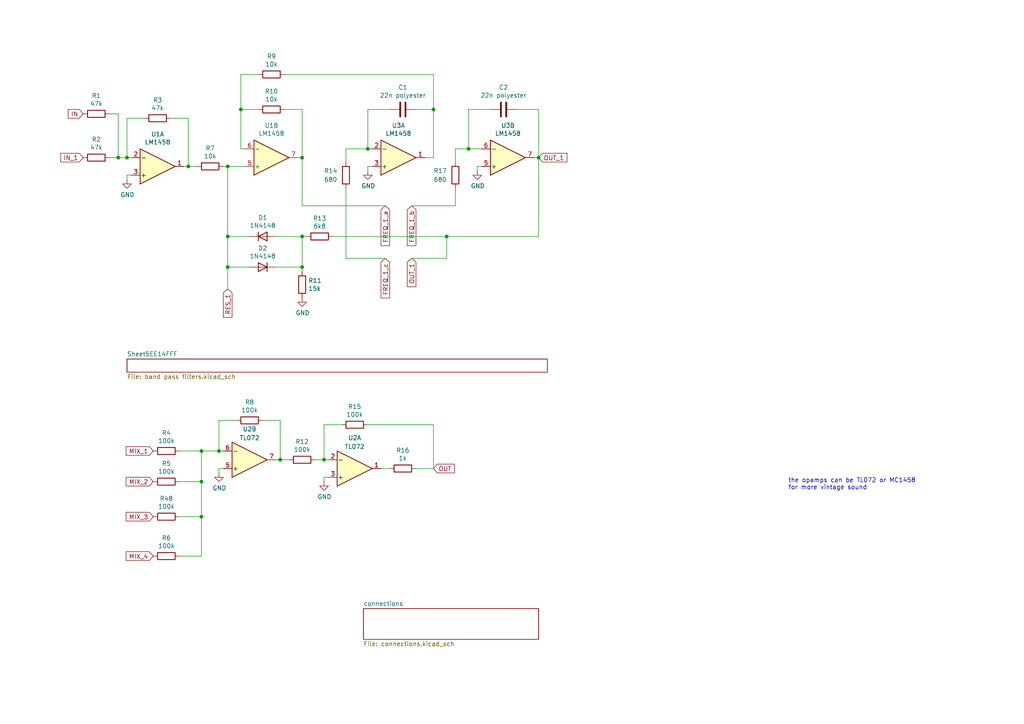
<source format=kicad_sch>
(kicad_sch (version 20230121) (generator eeschema)
  (paper "A4")
  (title_block (title "resonanz") (date "2020-06-13") (rev "01") (comment 1 "schema for main circuit") (comment 2 "resonant band pass filter") (comment 4 "License CC BY 4.0 - Attribution 4.0 International"))
  (lib_symbols
    (symbol "Amplifier_Operational:TL072" (pin_names (offset 0.127))
      (property "Reference" "U" (at 0 5.08 0))
      (property "Value" "TL072" (at 0 -5.08 0))
      (symbol "TL072_1_1"
        (polyline (pts (xy -5.08 5.08) (xy 5.08 0) (xy -5.08 -5.08) (xy -5.08 5.08)) (stroke (width 0.254)) (fill (type background)))
        (pin output line (at 7.62 0 180) (length 2.54) (name "~") (number "1"))
        (pin input line (at -7.62 -2.54 0) (length 2.54) (name "-") (number "2"))
        (pin input line (at -7.62 2.54 0) (length 2.54) (name "+") (number "3"))
      )
      (symbol "TL072_2_1"
        (polyline (pts (xy -5.08 5.08) (xy 5.08 0) (xy -5.08 -5.08) (xy -5.08 5.08)) (stroke (width 0.254)) (fill (type background)))
        (pin input line (at -7.62 2.54 0) (length 2.54) (name "+") (number "5"))
        (pin input line (at -7.62 -2.54 0) (length 2.54) (name "-") (number "6"))
        (pin output line (at 7.62 0 180) (length 2.54) (name "~") (number "7"))
      )
      (symbol "TL072_3_1"
        (pin power_in line (at -2.54 -7.62 90) (length 3.81) (name "V-") (number "4"))
        (pin power_in line (at -2.54 7.62 270) (length 3.81) (name "V+") (number "8"))
      )
    )
    (symbol "Device:C" (pin_numbers hide) (pin_names (offset 0.254))
      (property "Reference" "C" (at 0.635 2.54 0))
      (property "Value" "C" (at 0.635 -2.54 0))
      (symbol "C_0_1"
        (polyline (pts (xy -2.032 -0.762) (xy 2.032 -0.762)) (stroke (width 0.508)))
        (polyline (pts (xy -2.032 0.762) (xy 2.032 0.762)) (stroke (width 0.508)))
      )
      (symbol "C_1_1"
        (pin passive line (at 0 3.81 270) (length 2.794) (name "~") (number "1"))
        (pin passive line (at 0 -3.81 90) (length 2.794) (name "~") (number "2"))
      )
    )
    (symbol "Device:R" (pin_numbers hide) (pin_names (offset 0))
      (property "Reference" "R" (at 2.032 0 90))
      (property "Value" "R" (at 0 0 90))
      (symbol "R_0_1"
        (rectangle (start -1.016 -2.54) (end 1.016 2.54) (stroke (width 0.254)))
      )
      (symbol "R_1_1"
        (pin passive line (at 0 3.81 270) (length 1.27) (name "~") (number "1"))
        (pin passive line (at 0 -3.81 90) (length 1.27) (name "~") (number "2"))
      )
    )
    (symbol "Diode:1N4148" (pin_numbers hide) (pin_names hide)
      (property "Reference" "D" (at 0 2.54 0))
      (property "Value" "1N4148" (at 0 -2.54 0))
      (symbol "1N4148_0_1"
        (polyline (pts (xy -1.27 1.27) (xy -1.27 -1.27)) (stroke (width 0.254)))
        (polyline (pts (xy 1.27 0) (xy -1.27 0)))
        (polyline (pts (xy 1.27 1.27) (xy 1.27 -1.27) (xy -1.27 0) (xy 1.27 1.27)) (stroke (width 0.254)))
      )
      (symbol "1N4148_1_1"
        (pin passive line (at -3.81 0 0) (length 2.54) (name "K") (number "1"))
        (pin passive line (at 3.81 0 180) (length 2.54) (name "A") (number "2"))
      )
    )
    (symbol "elektrophon:LM1458" (pin_names (offset 0.127))
      (property "Reference" "U" (at 0 5.08 0))
      (property "Value" "LM1458" (at 0 -5.08 0))
      (symbol "LM1458_1_1"
        (polyline (pts (xy -5.08 5.08) (xy 5.08 0) (xy -5.08 -5.08) (xy -5.08 5.08)) (stroke (width 0.254)) (fill (type background)))
        (pin output line (at 7.62 0 180) (length 2.54) (name "~") (number "1"))
        (pin input line (at -7.62 -2.54 0) (length 2.54) (name "-") (number "2"))
        (pin input line (at -7.62 2.54 0) (length 2.54) (name "+") (number "3"))
      )
      (symbol "LM1458_2_1"
        (polyline (pts (xy -5.08 5.08) (xy 5.08 0) (xy -5.08 -5.08) (xy -5.08 5.08)) (stroke (width 0.254)) (fill (type background)))
        (pin input line (at -7.62 2.54 0) (length 2.54) (name "+") (number "5"))
        (pin input line (at -7.62 -2.54 0) (length 2.54) (name "-") (number "6"))
        (pin output line (at 7.62 0 180) (length 2.54) (name "~") (number "7"))
      )
      (symbol "LM1458_3_1"
        (pin power_in line (at -2.54 -7.62 90) (length 3.81) (name "V-") (number "4"))
        (pin power_in line (at -2.54 7.62 270) (length 3.81) (name "V+") (number "8"))
      )
    )
    (symbol "power:GND" (power) (pin_names (offset 0))
      (property "Value" "GND" (at 0 -3.81 0))
      (symbol "GND_0_1"
        (polyline (pts (xy 0 0) (xy 0 -1.27) (xy 1.27 -1.27) (xy 0 -2.54) (xy -1.27 -1.27) (xy 0 -1.27)))
      )
      (symbol "GND_1_1"
        (pin power_in line (at 0 0 270) (length 0) hide (name "GND") (number "1"))
      )
    )
  )
  (junction (at 58.42 139.7))
  (junction (at 129.54 68.58))
  (junction (at 135.89 43.18))
  (junction (at 66.04 77.47))
  (junction (at 58.42 149.86))
  (junction (at 69.85 31.75))
  (junction (at 54.61 48.26))
  (junction (at 106.68 43.18))
  (junction (at 87.63 45.72))
  (junction (at 81.28 133.35))
  (junction (at 87.63 77.47))
  (junction (at 66.04 68.58))
  (junction (at 156.21 45.72))
  (junction (at 36.83 45.72))
  (junction (at 58.42 130.81))
  (junction (at 93.98 133.35))
  (junction (at 63.5 130.81))
  (junction (at 34.29 45.72))
  (junction (at 87.63 68.58))
  (junction (at 125.73 31.75))
  (junction (at 66.04 48.26))
  (wire (pts (xy 58.42 130.81) (xy 58.42 139.7)))
  (wire (pts (xy 36.83 45.72) (xy 34.29 45.72)))
  (wire (pts (xy 31.75 33.02) (xy 34.29 33.02)))
  (wire (pts (xy 64.77 48.26) (xy 66.04 48.26)))
  (wire (pts (xy 123.19 45.72) (xy 125.73 45.72)))
  (wire (pts (xy 63.5 135.89) (xy 63.5 137.16)))
  (wire (pts (xy 93.98 133.35) (xy 95.25 133.35)))
  (wire (pts (xy 82.55 21.59) (xy 125.73 21.59)))
  (wire (pts (xy 106.68 31.75) (xy 106.68 43.18)))
  (wire (pts (xy 74.93 21.59) (xy 69.85 21.59)))
  (wire (pts (xy 138.43 48.26) (xy 138.43 49.53)))
  (wire (pts (xy 69.85 31.75) (xy 69.85 43.18)))
  (wire (pts (xy 81.28 133.35) (xy 80.01 133.35)))
  (wire (pts (xy 52.07 149.86) (xy 58.42 149.86)))
  (wire (pts (xy 156.21 45.72) (xy 156.21 68.58)))
  (wire (pts (xy 120.65 31.75) (xy 125.73 31.75)))
  (wire (pts (xy 52.07 130.81) (xy 58.42 130.81)))
  (wire (pts (xy 100.33 74.93) (xy 111.76 74.93)))
  (wire (pts (xy 119.38 74.93) (xy 129.54 74.93)))
  (wire (pts (xy 93.98 133.35) (xy 91.44 133.35)))
  (wire (pts (xy 58.42 130.81) (xy 63.5 130.81)))
  (wire (pts (xy 87.63 78.74) (xy 87.63 77.47)))
  (wire (pts (xy 82.55 31.75) (xy 87.63 31.75)))
  (wire (pts (xy 107.95 48.26) (xy 106.68 48.26)))
  (wire (pts (xy 81.28 121.92) (xy 81.28 133.35)))
  (wire (pts (xy 72.39 68.58) (xy 66.04 68.58)))
  (wire (pts (xy 125.73 135.89) (xy 120.65 135.89)))
  (wire (pts (xy 132.08 43.18) (xy 132.08 46.99)))
  (wire (pts (xy 69.85 21.59) (xy 69.85 31.75)))
  (wire (pts (xy 74.93 31.75) (xy 69.85 31.75)))
  (wire (pts (xy 52.07 161.29) (xy 58.42 161.29)))
  (wire (pts (xy 80.01 77.47) (xy 87.63 77.47)))
  (wire (pts (xy 54.61 48.26) (xy 57.15 48.26)))
  (wire (pts (xy 63.5 130.81) (xy 64.77 130.81)))
  (wire (pts (xy 132.08 59.69) (xy 119.38 59.69)))
  (wire (pts (xy 106.68 43.18) (xy 107.95 43.18)))
  (wire (pts (xy 125.73 31.75) (xy 125.73 21.59)))
  (wire (pts (xy 58.42 149.86) (xy 58.42 139.7)))
  (wire (pts (xy 100.33 54.61) (xy 100.33 74.93)))
  (wire (pts (xy 135.89 31.75) (xy 142.24 31.75)))
  (wire (pts (xy 83.82 133.35) (xy 81.28 133.35)))
  (wire (pts (xy 129.54 68.58) (xy 156.21 68.58)))
  (wire (pts (xy 38.1 50.8) (xy 36.83 50.8)))
  (wire (pts (xy 95.25 138.43) (xy 93.98 138.43)))
  (wire (pts (xy 106.68 31.75) (xy 113.03 31.75)))
  (wire (pts (xy 36.83 34.29) (xy 36.83 45.72)))
  (wire (pts (xy 156.21 31.75) (xy 156.21 45.72)))
  (wire (pts (xy 64.77 135.89) (xy 63.5 135.89)))
  (wire (pts (xy 154.94 45.72) (xy 156.21 45.72)))
  (wire (pts (xy 88.9 68.58) (xy 87.63 68.58)))
  (wire (pts (xy 36.83 50.8) (xy 36.83 52.07)))
  (wire (pts (xy 54.61 34.29) (xy 54.61 48.26)))
  (wire (pts (xy 139.7 43.18) (xy 135.89 43.18)))
  (wire (pts (xy 66.04 77.47) (xy 66.04 68.58)))
  (wire (pts (xy 125.73 31.75) (xy 125.73 45.72)))
  (wire (pts (xy 87.63 45.72) (xy 87.63 59.69)))
  (wire (pts (xy 93.98 123.19) (xy 93.98 133.35)))
  (wire (pts (xy 87.63 68.58) (xy 80.01 68.58)))
  (wire (pts (xy 93.98 138.43) (xy 93.98 139.7)))
  (wire (pts (xy 69.85 43.18) (xy 71.12 43.18)))
  (wire (pts (xy 66.04 77.47) (xy 66.04 83.82)))
  (wire (pts (xy 41.91 34.29) (xy 36.83 34.29)))
  (wire (pts (xy 149.86 31.75) (xy 156.21 31.75)))
  (wire (pts (xy 34.29 33.02) (xy 34.29 45.72)))
  (wire (pts (xy 135.89 31.75) (xy 135.89 43.18)))
  (wire (pts (xy 52.07 139.7) (xy 58.42 139.7)))
  (wire (pts (xy 68.58 121.92) (xy 63.5 121.92)))
  (wire (pts (xy 63.5 121.92) (xy 63.5 130.81)))
  (wire (pts (xy 125.73 123.19) (xy 125.73 135.89)))
  (wire (pts (xy 87.63 59.69) (xy 111.76 59.69)))
  (wire (pts (xy 129.54 74.93) (xy 129.54 68.58)))
  (wire (pts (xy 87.63 45.72) (xy 86.36 45.72)))
  (wire (pts (xy 106.68 123.19) (xy 125.73 123.19)))
  (wire (pts (xy 34.29 45.72) (xy 31.75 45.72)))
  (wire (pts (xy 96.52 68.58) (xy 129.54 68.58)))
  (wire (pts (xy 139.7 48.26) (xy 138.43 48.26)))
  (wire (pts (xy 66.04 68.58) (xy 66.04 48.26)))
  (wire (pts (xy 36.83 45.72) (xy 38.1 45.72)))
  (wire (pts (xy 76.2 121.92) (xy 81.28 121.92)))
  (wire (pts (xy 72.39 77.47) (xy 66.04 77.47)))
  (wire (pts (xy 113.03 135.89) (xy 110.49 135.89)))
  (wire (pts (xy 49.53 34.29) (xy 54.61 34.29)))
  (wire (pts (xy 100.33 43.18) (xy 100.33 46.99)))
  (wire (pts (xy 87.63 31.75) (xy 87.63 45.72)))
  (wire (pts (xy 54.61 48.26) (xy 53.34 48.26)))
  (wire (pts (xy 58.42 149.86) (xy 58.42 161.29)))
  (wire (pts (xy 106.68 48.26) (xy 106.68 49.53)))
  (wire (pts (xy 99.06 123.19) (xy 93.98 123.19)))
  (wire (pts (xy 87.63 77.47) (xy 87.63 68.58)))
  (wire (pts (xy 135.89 43.18) (xy 132.08 43.18)))
  (wire (pts (xy 66.04 48.26) (xy 71.12 48.26)))
  (wire (pts (xy 106.68 43.18) (xy 100.33 43.18)))
  (wire (pts (xy 132.08 54.61) (xy 132.08 59.69)))
  (text "the opamps can be TL072 or MC1458 \nfor more vintage sound" (at 228.6 142.24 0) (effects (font (size 1.27 1.27)) (justify left bottom)))
  (global_label "MIX_2" (shape input) (at 44.45 139.7 180) (property "Intersheetrefs" "${INTERSHEET_REFS}" (effects hide)))
  (global_label "OUT" (shape input) (at 125.73 135.89 0) (property "Intersheetrefs" "${INTERSHEET_REFS}" (effects hide)))
  (global_label "FREQ_1_b" (shape input) (at 119.38 59.69 270) (property "Intersheetrefs" "${INTERSHEET_REFS}" (effects hide)))
  (global_label "MIX_3" (shape input) (at 44.45 149.86 180) (property "Intersheetrefs" "${INTERSHEET_REFS}" (effects hide)))
  (global_label "IN" (shape input) (at 24.13 33.02 180) (property "Intersheetrefs" "${INTERSHEET_REFS}" (effects hide)))
  (global_label "RES_1" (shape input) (at 66.04 83.82 270) (property "Intersheetrefs" "${INTERSHEET_REFS}" (effects hide)))
  (global_label "IN_1" (shape input) (at 24.13 45.72 180) (property "Intersheetrefs" "${INTERSHEET_REFS}" (effects hide)))
  (global_label "MIX_1" (shape input) (at 44.45 130.81 180) (property "Intersheetrefs" "${INTERSHEET_REFS}" (effects hide)))
  (global_label "FREQ_1_c" (shape input) (at 111.76 74.93 270) (property "Intersheetrefs" "${INTERSHEET_REFS}" (effects hide)))
  (global_label "FREQ_1_a" (shape input) (at 111.76 59.69 270) (property "Intersheetrefs" "${INTERSHEET_REFS}" (effects hide)))
  (global_label "OUT_1" (shape input) (at 119.38 74.93 270) (property "Intersheetrefs" "${INTERSHEET_REFS}" (effects hide)))
  (global_label "OUT_1" (shape input) (at 156.21 45.72 0) (property "Intersheetrefs" "${INTERSHEET_REFS}" (effects hide)))
  (global_label "MIX_4" (shape input) (at 44.45 161.29 180) (property "Intersheetrefs" "${INTERSHEET_REFS}" (effects hide)))
  (symbol (lib_id "Device:R") (at 48.26 149.86 270) (unit 1)
    (property "Reference" "R48" (at 48.26 144.6022 90))
    (property "Value" "100k" (at 48.26 146.9136 90))
    (property "Footprint" "Resistor_THT:R_Axial_DIN0207_L6.3mm_D2.5mm_P10.16mm_Horizontal" (effects hide))
  )
  (symbol (lib_id "elektrophon:LM1458") (at 45.72 48.26 0) (mirror x) (unit 1)
    (property "Reference" "U1" (at 45.72 38.9382 0))
    (property "Value" "LM1458" (at 45.72 41.2496 0))
    (property "Footprint" "Package_DIP:DIP-8_W7.62mm_Socket" (effects hide))
    (property "Datasheet" "http://www.ti.com/lit/ds/symlink/lm358.pdf" (effects hide))
  )
  (symbol (lib_id "elektrophon:LM1458") (at 78.74 45.72 0) (mirror x) (unit 2)
    (property "Reference" "U1" (at 78.74 36.3982 0))
    (property "Value" "LM1458" (at 78.74 38.7096 0))
    (property "Footprint" "Package_DIP:DIP-8_W7.62mm_Socket" (effects hide))
    (property "Datasheet" "http://www.ti.com/lit/ds/symlink/lm358.pdf" (effects hide))
  )
  (symbol (lib_id "elektrophon:LM1458") (at 115.57 45.72 0) (mirror x) (unit 1)
    (property "Reference" "U3" (at 115.57 36.3982 0))
    (property "Value" "LM1458" (at 115.57 38.7096 0))
    (property "Footprint" "Package_DIP:DIP-8_W7.62mm_Socket" (effects hide))
    (property "Datasheet" "http://www.ti.com/lit/ds/symlink/lm358.pdf" (effects hide))
  )
  (symbol (lib_id "elektrophon:LM1458") (at 147.32 45.72 0) (mirror x) (unit 2)
    (property "Reference" "U3" (at 147.32 36.3982 0))
    (property "Value" "LM1458" (at 147.32 38.7096 0))
    (property "Footprint" "Package_DIP:DIP-8_W7.62mm_Socket" (effects hide))
    (property "Datasheet" "http://www.ti.com/lit/ds/symlink/lm358.pdf" (effects hide))
  )
  (symbol (lib_id "Device:R") (at 27.94 33.02 90) (unit 1)
    (property "Reference" "R1" (at 27.94 27.7622 90))
    (property "Value" "47k" (at 27.94 30.0736 90))
    (property "Footprint" "Resistor_THT:R_Axial_DIN0207_L6.3mm_D2.5mm_P10.16mm_Horizontal" (effects hide))
  )
  (symbol (lib_id "Device:R") (at 27.94 45.72 90) (unit 1)
    (property "Reference" "R2" (at 27.94 40.4622 90))
    (property "Value" "47k" (at 27.94 42.7736 90))
    (property "Footprint" "Resistor_THT:R_Axial_DIN0207_L6.3mm_D2.5mm_P10.16mm_Horizontal" (effects hide))
  )
  (symbol (lib_id "Device:R") (at 45.72 34.29 90) (unit 1)
    (property "Reference" "R3" (at 45.72 29.0322 90))
    (property "Value" "47k" (at 45.72 31.3436 90))
    (property "Footprint" "Resistor_THT:R_Axial_DIN0207_L6.3mm_D2.5mm_P2.54mm_Vertical" (effects hide))
  )
  (symbol (lib_id "Device:R") (at 60.96 48.26 90) (unit 1)
    (property "Reference" "R7" (at 60.96 43.0022 90))
    (property "Value" "10k" (at 60.96 45.3136 90))
    (property "Footprint" "Resistor_THT:R_Axial_DIN0207_L6.3mm_D2.5mm_P10.16mm_Horizontal" (effects hide))
  )
  (symbol (lib_id "Device:R") (at 78.74 31.75 90) (unit 1)
    (property "Reference" "R10" (at 78.74 26.4922 90))
    (property "Value" "10k" (at 78.74 28.8036 90))
    (property "Footprint" "Resistor_THT:R_Axial_DIN0207_L6.3mm_D2.5mm_P2.54mm_Vertical" (effects hide))
  )
  (symbol (lib_id "Device:R") (at 78.74 21.59 90) (unit 1)
    (property "Reference" "R9" (at 78.74 16.3322 90))
    (property "Value" "10k" (at 78.74 18.6436 90))
    (property "Footprint" "Resistor_THT:R_Axial_DIN0207_L6.3mm_D2.5mm_P2.54mm_Vertical" (effects hide))
  )
  (symbol (lib_id "Device:R") (at 87.63 82.55 0) (unit 1)
    (property "Reference" "R11" (at 89.408 81.3816 0) (effects (justify left)))
    (property "Value" "15k" (at 89.408 83.693 0) (effects (justify left)))
    (property "Footprint" "Resistor_THT:R_Axial_DIN0207_L6.3mm_D2.5mm_P10.16mm_Horizontal" (effects hide))
  )
  (symbol (lib_id "Device:C") (at 116.84 31.75 270) (unit 1)
    (property "Reference" "C1" (at 116.84 25.3492 90))
    (property "Value" "22n polyester" (at 116.84 27.6606 90))
    (property "Footprint" "Capacitor_THT:C_Rect_L7.2mm_W2.5mm_P5.00mm_FKS2_FKP2_MKS2_MKP2" (effects hide))
  )
  (symbol (lib_id "Diode:1N4148") (at 76.2 68.58 0) (unit 1)
    (property "Reference" "D1" (at 76.2 63.0936 0))
    (property "Value" "1N4148" (at 76.2 65.405 0))
    (property "Footprint" "Diode_THT:D_DO-35_SOD27_P3.81mm_Vertical_KathodeUp" (effects hide))
    (property "Datasheet" "https://assets.nexperia.com/documents/data-sheet/1N4148_1N4448.pdf" (effects hide))
  )
  (symbol (lib_id "Diode:1N4148") (at 76.2 77.47 180) (unit 1)
    (property "Reference" "D2" (at 76.2 71.9836 0))
    (property "Value" "1N4148" (at 76.2 74.295 0))
    (property "Footprint" "Diode_THT:D_DO-35_SOD27_P3.81mm_Vertical_KathodeUp" (effects hide))
    (property "Datasheet" "https://assets.nexperia.com/documents/data-sheet/1N4148_1N4448.pdf" (effects hide))
  )
  (symbol (lib_id "power:GND") (at 87.63 86.36 0) (unit 1)
    (property "Reference" "#PWR06" (effects hide))
    (property "Value" "GND" (at 87.757 90.7542 0))
  )
  (symbol (lib_id "Device:R") (at 92.71 68.58 270) (unit 1)
    (property "Reference" "R13" (at 92.71 63.3222 90))
    (property "Value" "6k8" (at 92.71 65.6336 90))
    (property "Footprint" "Resistor_THT:R_Axial_DIN0207_L6.3mm_D2.5mm_P2.54mm_Vertical" (effects hide))
  )
  (symbol (lib_id "Device:R") (at 100.33 50.8 0) (unit 1)
    (property "Reference" "R14" (at 93.98 49.53 0) (effects (justify left)))
    (property "Value" "680" (at 93.98 52.07 0) (effects (justify left)))
    (property "Footprint" "Resistor_THT:R_Axial_DIN0207_L6.3mm_D2.5mm_P10.16mm_Horizontal" (effects hide))
  )
  (symbol (lib_id "Device:R") (at 132.08 50.8 0) (unit 1)
    (property "Reference" "R17" (at 125.73 49.53 0) (effects (justify left)))
    (property "Value" "680" (at 125.73 52.07 0) (effects (justify left)))
    (property "Footprint" "Resistor_THT:R_Axial_DIN0207_L6.3mm_D2.5mm_P10.16mm_Horizontal" (effects hide))
  )
  (symbol (lib_id "Device:C") (at 146.05 31.75 270) (unit 1)
    (property "Reference" "C2" (at 146.05 25.3492 90))
    (property "Value" "22n polyester" (at 146.05 27.6606 90))
    (property "Footprint" "Capacitor_THT:C_Rect_L7.2mm_W2.5mm_P5.00mm_FKS2_FKP2_MKS2_MKP2" (effects hide))
  )
  (symbol (lib_id "power:GND") (at 36.83 52.07 0) (unit 1)
    (property "Reference" "#PWR01" (effects hide))
    (property "Value" "GND" (at 36.957 56.4642 0))
  )
  (symbol (lib_id "power:GND") (at 106.68 49.53 0) (unit 1)
    (property "Reference" "#PWR08" (effects hide))
    (property "Value" "GND" (at 106.807 53.9242 0))
  )
  (symbol (lib_id "power:GND") (at 138.43 49.53 0) (unit 1)
    (property "Reference" "#PWR09" (effects hide))
    (property "Value" "GND" (at 138.557 53.9242 0))
  )
  (symbol (lib_id "Device:R") (at 48.26 130.81 270) (unit 1)
    (property "Reference" "R4" (at 48.26 125.5522 90))
    (property "Value" "100k" (at 48.26 127.8636 90))
    (property "Footprint" "Resistor_THT:R_Axial_DIN0207_L6.3mm_D2.5mm_P10.16mm_Horizontal" (effects hide))
  )
  (symbol (lib_id "Device:R") (at 48.26 139.7 270) (unit 1)
    (property "Reference" "R5" (at 48.26 134.4422 90))
    (property "Value" "100k" (at 48.26 136.7536 90))
    (property "Footprint" "Resistor_THT:R_Axial_DIN0207_L6.3mm_D2.5mm_P10.16mm_Horizontal" (effects hide))
  )
  (symbol (lib_id "Device:R") (at 48.26 161.29 270) (unit 1)
    (property "Reference" "R6" (at 48.26 156.0322 90))
    (property "Value" "100k" (at 48.26 158.3436 90))
    (property "Footprint" "Resistor_THT:R_Axial_DIN0207_L6.3mm_D2.5mm_P10.16mm_Horizontal" (effects hide))
  )
  (symbol (lib_id "Device:R") (at 72.39 121.92 270) (unit 1)
    (property "Reference" "R8" (at 72.39 116.6622 90))
    (property "Value" "100k" (at 72.39 118.9736 90))
    (property "Footprint" "Resistor_THT:R_Axial_DIN0207_L6.3mm_D2.5mm_P2.54mm_Vertical" (effects hide))
  )
  (symbol (lib_id "Device:R") (at 87.63 133.35 270) (unit 1)
    (property "Reference" "R12" (at 87.63 128.0922 90))
    (property "Value" "100k" (at 87.63 130.4036 90))
    (property "Footprint" "Resistor_THT:R_Axial_DIN0207_L6.3mm_D2.5mm_P10.16mm_Horizontal" (effects hide))
  )
  (symbol (lib_id "Amplifier_Operational:TL072") (at 72.39 133.35 0) (mirror x) (unit 2)
    (property "Reference" "U2" (at 72.39 124.46 0))
    (property "Value" "TL072" (at 72.39 127 0))
    (property "Footprint" "Package_DIP:DIP-8_W7.62mm_Socket" (effects hide))
    (property "Datasheet" "http://www.ti.com/lit/ds/symlink/tl071.pdf" (effects hide))
  )
  (symbol (lib_id "Device:R") (at 102.87 123.19 270) (unit 1)
    (property "Reference" "R15" (at 102.87 117.9322 90))
    (property "Value" "100k" (at 102.87 120.2436 90))
    (property "Footprint" "Resistor_THT:R_Axial_DIN0207_L6.3mm_D2.5mm_P10.16mm_Horizontal" (effects hide))
  )
  (symbol (lib_id "Device:R") (at 116.84 135.89 270) (unit 1)
    (property "Reference" "R16" (at 116.84 130.6322 90))
    (property "Value" "1k" (at 116.84 132.9436 90))
    (property "Footprint" "Resistor_THT:R_Axial_DIN0207_L6.3mm_D2.5mm_P10.16mm_Horizontal" (effects hide))
  )
  (symbol (lib_id "power:GND") (at 63.5 137.16 0) (unit 1)
    (property "Reference" "#PWR05" (effects hide))
    (property "Value" "GND" (at 63.627 141.5542 0))
  )
  (symbol (lib_id "power:GND") (at 93.98 139.7 0) (unit 1)
    (property "Reference" "#PWR07" (effects hide))
    (property "Value" "GND" (at 94.107 144.0942 0))
  )
  (symbol (lib_id "Amplifier_Operational:TL072") (at 102.87 135.89 0) (mirror x) (unit 1)
    (property "Reference" "U2" (at 102.87 127 0))
    (property "Value" "TL072" (at 102.87 129.54 0))
    (property "Footprint" "Package_DIP:DIP-8_W7.62mm_Socket" (effects hide))
    (property "Datasheet" "http://www.ti.com/lit/ds/symlink/tl071.pdf" (effects hide))
  )
  (sheet (at 36.83 104.14) (size 121.92 3.81)
    (property "Sheetname" "Sheet5EE14FFF" (at 36.83 103.4284 0) (effects (justify left bottom)))
    (property "Sheetfile" "band pass filters.kicad_sch" (at 36.83 108.5346 0) (effects (justify left top)))
  )
  (sheet (at 105.41 176.53) (size 50.8 8.89)
    (property "Sheetname" "connections" (at 105.41 175.8184 0) (effects (justify left bottom)))
    (property "Sheetfile" "connections.kicad_sch" (at 105.41 186.0046 0) (effects (justify left top)))
  )
)
</source>
